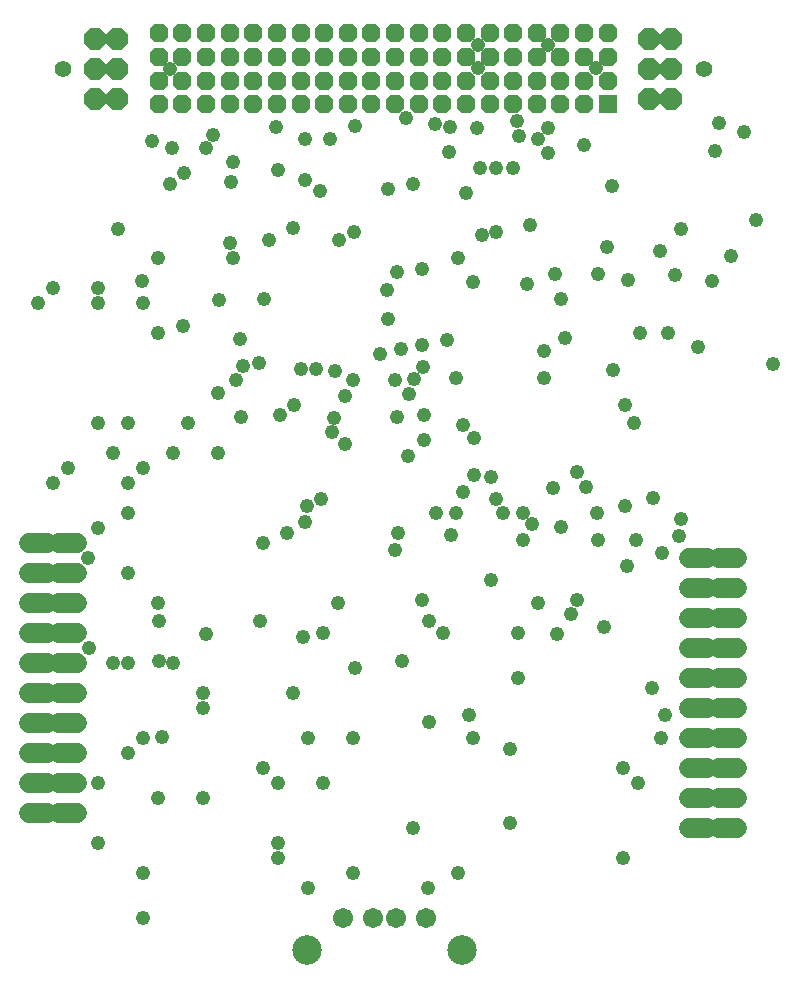
<source format=gbs>
G75*
%MOIN*%
%OFA0B0*%
%FSLAX25Y25*%
%IPPOS*%
%LPD*%
%AMOC8*
5,1,8,0,0,1.08239X$1,22.5*
%
%ADD10C,0.06800*%
%ADD11C,0.05524*%
%ADD12OC8,0.07296*%
%ADD13R,0.06186X0.06186*%
%ADD14OC8,0.06186*%
%ADD15C,0.06737*%
%ADD16C,0.09855*%
%ADD17C,0.04762*%
D10*
X0042000Y0090950D02*
X0048000Y0090950D01*
X0052000Y0090950D02*
X0058000Y0090950D01*
X0058000Y0100950D02*
X0052000Y0100950D01*
X0048000Y0100950D02*
X0042000Y0100950D01*
X0042000Y0110950D02*
X0048000Y0110950D01*
X0052000Y0110950D02*
X0058000Y0110950D01*
X0058000Y0120950D02*
X0052000Y0120950D01*
X0048000Y0120950D02*
X0042000Y0120950D01*
X0042000Y0130950D02*
X0048000Y0130950D01*
X0052000Y0130950D02*
X0058000Y0130950D01*
X0058000Y0140950D02*
X0052000Y0140950D01*
X0048000Y0140950D02*
X0042000Y0140950D01*
X0042000Y0150950D02*
X0048000Y0150950D01*
X0052000Y0150950D02*
X0058000Y0150950D01*
X0058000Y0160950D02*
X0052000Y0160950D01*
X0048000Y0160950D02*
X0042000Y0160950D01*
X0042000Y0170950D02*
X0048000Y0170950D01*
X0052000Y0170950D02*
X0058000Y0170950D01*
X0058000Y0180950D02*
X0052000Y0180950D01*
X0048000Y0180950D02*
X0042000Y0180950D01*
X0262000Y0175950D02*
X0268000Y0175950D01*
X0272000Y0175950D02*
X0278000Y0175950D01*
X0278000Y0165950D02*
X0272000Y0165950D01*
X0268000Y0165950D02*
X0262000Y0165950D01*
X0262000Y0155950D02*
X0268000Y0155950D01*
X0272000Y0155950D02*
X0278000Y0155950D01*
X0278000Y0145950D02*
X0272000Y0145950D01*
X0268000Y0145950D02*
X0262000Y0145950D01*
X0262000Y0135950D02*
X0268000Y0135950D01*
X0272000Y0135950D02*
X0278000Y0135950D01*
X0278000Y0125950D02*
X0272000Y0125950D01*
X0268000Y0125950D02*
X0262000Y0125950D01*
X0262000Y0115950D02*
X0268000Y0115950D01*
X0272000Y0115950D02*
X0278000Y0115950D01*
X0278000Y0105950D02*
X0272000Y0105950D01*
X0268000Y0105950D02*
X0262000Y0105950D01*
X0262000Y0095950D02*
X0268000Y0095950D01*
X0272000Y0095950D02*
X0278000Y0095950D01*
X0278000Y0085950D02*
X0272000Y0085950D01*
X0268000Y0085950D02*
X0262000Y0085950D01*
D11*
X0266870Y0338942D03*
X0053130Y0338942D03*
D12*
X0063996Y0339060D03*
X0063996Y0329060D03*
X0071398Y0329060D03*
X0071398Y0339060D03*
X0071398Y0349060D03*
X0063996Y0349060D03*
X0248602Y0349056D03*
X0256004Y0349056D03*
X0256004Y0339056D03*
X0256004Y0329056D03*
X0248602Y0329056D03*
X0248602Y0339056D03*
D13*
X0234803Y0327249D03*
D14*
X0234803Y0335123D03*
X0226929Y0335123D03*
X0226929Y0327249D03*
X0219055Y0327249D03*
X0219055Y0335123D03*
X0211181Y0335123D03*
X0211181Y0327249D03*
X0203307Y0327249D03*
X0195433Y0327249D03*
X0195433Y0335123D03*
X0203307Y0335123D03*
X0203307Y0342997D03*
X0195433Y0342997D03*
X0195433Y0350871D03*
X0203307Y0350871D03*
X0211181Y0350871D03*
X0211181Y0342997D03*
X0219055Y0342997D03*
X0226929Y0342997D03*
X0226929Y0350871D03*
X0219055Y0350871D03*
X0234803Y0350871D03*
X0234803Y0342997D03*
X0187559Y0342997D03*
X0179685Y0342997D03*
X0179685Y0350871D03*
X0187559Y0350871D03*
X0187559Y0335123D03*
X0187559Y0327249D03*
X0179685Y0327249D03*
X0179685Y0335123D03*
X0171811Y0335123D03*
X0171811Y0327249D03*
X0163937Y0327249D03*
X0163937Y0335123D03*
X0156063Y0335123D03*
X0156063Y0327249D03*
X0148189Y0327249D03*
X0148189Y0335123D03*
X0140315Y0335123D03*
X0140315Y0327249D03*
X0132441Y0327249D03*
X0132441Y0335123D03*
X0124567Y0335123D03*
X0124567Y0327249D03*
X0116693Y0327249D03*
X0108819Y0327249D03*
X0108819Y0335123D03*
X0116693Y0335123D03*
X0116693Y0342997D03*
X0124567Y0342997D03*
X0124567Y0350871D03*
X0116693Y0350871D03*
X0108819Y0350871D03*
X0108819Y0342997D03*
X0100945Y0342997D03*
X0093071Y0342997D03*
X0093071Y0350871D03*
X0100945Y0350871D03*
X0100945Y0335123D03*
X0100945Y0327249D03*
X0093071Y0327249D03*
X0093071Y0335123D03*
X0085197Y0335123D03*
X0085197Y0327249D03*
X0085197Y0342997D03*
X0085197Y0350871D03*
X0132441Y0350871D03*
X0132441Y0342997D03*
X0140315Y0342997D03*
X0140315Y0350871D03*
X0148189Y0350871D03*
X0148189Y0342997D03*
X0156063Y0342997D03*
X0156063Y0350871D03*
X0163937Y0350871D03*
X0163937Y0342997D03*
X0171811Y0342997D03*
X0171811Y0350871D03*
D15*
X0174230Y0056142D03*
X0164387Y0056142D03*
X0156513Y0056142D03*
X0146670Y0056142D03*
D16*
X0134584Y0045472D03*
X0186316Y0045472D03*
D17*
X0065000Y0080950D03*
X0080000Y0070950D03*
X0080000Y0055950D03*
X0085000Y0095950D03*
X0075000Y0110950D03*
X0080000Y0115950D03*
X0086375Y0116275D03*
X0100000Y0125950D03*
X0100000Y0130950D03*
X0090000Y0140950D03*
X0085250Y0141700D03*
X0075000Y0140950D03*
X0070000Y0140950D03*
X0061800Y0145950D03*
X0085250Y0155200D03*
X0085000Y0160950D03*
X0075000Y0170950D03*
X0061575Y0175950D03*
X0065000Y0185950D03*
X0075000Y0190950D03*
X0075000Y0200950D03*
X0080000Y0205950D03*
X0090000Y0210950D03*
X0095000Y0220950D03*
X0105000Y0230950D03*
X0110900Y0235300D03*
X0113150Y0240025D03*
X0118425Y0240900D03*
X0112250Y0249025D03*
X0105275Y0262075D03*
X0110000Y0275950D03*
X0108875Y0281200D03*
X0121925Y0282100D03*
X0130025Y0285925D03*
X0139025Y0298525D03*
X0133850Y0302125D03*
X0124775Y0305500D03*
X0134075Y0315625D03*
X0142400Y0315850D03*
X0150725Y0319900D03*
X0167600Y0322600D03*
X0177275Y0320575D03*
X0182225Y0319675D03*
X0182000Y0311350D03*
X0191225Y0319450D03*
X0192350Y0305950D03*
X0197750Y0305950D03*
X0203375Y0305950D03*
X0205400Y0316750D03*
X0204725Y0321700D03*
X0211475Y0315850D03*
X0215075Y0319450D03*
X0215000Y0310950D03*
X0227000Y0313600D03*
X0236225Y0300100D03*
X0234650Y0279850D03*
X0231500Y0270850D03*
X0241625Y0268825D03*
X0252200Y0278500D03*
X0257375Y0270400D03*
X0269750Y0268375D03*
X0276050Y0276700D03*
X0284375Y0288850D03*
X0270725Y0311625D03*
X0271775Y0321025D03*
X0280325Y0318100D03*
X0259400Y0285700D03*
X0255000Y0250950D03*
X0245450Y0251050D03*
X0236450Y0238675D03*
X0240500Y0227200D03*
X0243650Y0220900D03*
X0227675Y0199750D03*
X0224750Y0204700D03*
X0216425Y0199300D03*
X0206750Y0191200D03*
X0209675Y0187375D03*
X0206750Y0182200D03*
X0200000Y0191200D03*
X0197750Y0195700D03*
X0195950Y0202900D03*
X0190100Y0203800D03*
X0186500Y0197950D03*
X0184250Y0191200D03*
X0177750Y0190950D03*
X0182450Y0183550D03*
X0195950Y0168700D03*
X0211475Y0161050D03*
X0222500Y0157450D03*
X0224750Y0161950D03*
X0233750Y0152950D03*
X0218000Y0150700D03*
X0205000Y0150950D03*
X0205000Y0135950D03*
X0190000Y0115950D03*
X0188750Y0123700D03*
X0175250Y0121450D03*
X0166250Y0141700D03*
X0150500Y0139450D03*
X0140000Y0150950D03*
X0133175Y0149575D03*
X0119000Y0155200D03*
X0101000Y0150700D03*
X0130000Y0130950D03*
X0135000Y0115950D03*
X0150000Y0115950D03*
X0140000Y0100950D03*
X0125000Y0100950D03*
X0120000Y0105950D03*
X0100000Y0095950D03*
X0125000Y0080950D03*
X0125000Y0075950D03*
X0135000Y0065950D03*
X0150000Y0070950D03*
X0170000Y0085950D03*
X0185000Y0070950D03*
X0175000Y0065950D03*
X0202250Y0087700D03*
X0202250Y0112450D03*
X0180000Y0150950D03*
X0175250Y0155200D03*
X0173000Y0161950D03*
X0163875Y0178700D03*
X0164900Y0184450D03*
X0168275Y0209875D03*
X0173450Y0215275D03*
X0173450Y0223600D03*
X0168500Y0230575D03*
X0170175Y0235725D03*
X0173225Y0239575D03*
X0172775Y0247000D03*
X0165800Y0245650D03*
X0159050Y0244075D03*
X0163775Y0235300D03*
X0164675Y0223150D03*
X0147350Y0229900D03*
X0150050Y0235300D03*
X0143975Y0238450D03*
X0137450Y0238900D03*
X0132500Y0239125D03*
X0130250Y0227200D03*
X0125525Y0223600D03*
X0112475Y0222925D03*
X0105000Y0210950D03*
X0120000Y0180950D03*
X0128000Y0184450D03*
X0134075Y0188050D03*
X0134750Y0193450D03*
X0139250Y0195700D03*
X0147125Y0213925D03*
X0142850Y0217975D03*
X0143750Y0222700D03*
X0161525Y0255775D03*
X0161125Y0265225D03*
X0164675Y0271300D03*
X0173000Y0272425D03*
X0185000Y0275950D03*
X0189875Y0267925D03*
X0193025Y0283675D03*
X0197525Y0284800D03*
X0187625Y0297625D03*
X0169775Y0300725D03*
X0161525Y0298975D03*
X0150400Y0284600D03*
X0145325Y0281875D03*
X0120350Y0262525D03*
X0093125Y0253525D03*
X0085000Y0250950D03*
X0080000Y0260950D03*
X0079625Y0268375D03*
X0085000Y0275950D03*
X0071750Y0285700D03*
X0065000Y0265950D03*
X0065000Y0260950D03*
X0050000Y0265950D03*
X0045000Y0260950D03*
X0065000Y0220950D03*
X0070000Y0210950D03*
X0075000Y0220950D03*
X0055000Y0205950D03*
X0050000Y0200950D03*
X0065000Y0100950D03*
X0145000Y0160950D03*
X0190100Y0215950D03*
X0186500Y0220450D03*
X0184250Y0236200D03*
X0181325Y0248575D03*
X0207875Y0267250D03*
X0217325Y0270850D03*
X0219350Y0262525D03*
X0220475Y0249475D03*
X0213500Y0245200D03*
X0213500Y0236200D03*
X0240500Y0193450D03*
X0231275Y0191200D03*
X0231500Y0182200D03*
X0241175Y0173425D03*
X0244100Y0181975D03*
X0252875Y0177700D03*
X0258725Y0183325D03*
X0259325Y0189100D03*
X0250000Y0195950D03*
X0219100Y0186400D03*
X0249500Y0132700D03*
X0254000Y0123700D03*
X0252750Y0115950D03*
X0240000Y0105950D03*
X0245000Y0100950D03*
X0240000Y0075950D03*
X0290000Y0240700D03*
X0264800Y0246325D03*
X0208775Y0287050D03*
X0191450Y0339250D03*
X0191450Y0346900D03*
X0215075Y0346900D03*
X0230825Y0339250D03*
X0124175Y0319675D03*
X0110000Y0308200D03*
X0109100Y0301225D03*
X0101000Y0312700D03*
X0103250Y0317200D03*
X0093575Y0304375D03*
X0089075Y0300775D03*
X0089525Y0312700D03*
X0083000Y0314950D03*
X0089075Y0339025D03*
M02*

</source>
